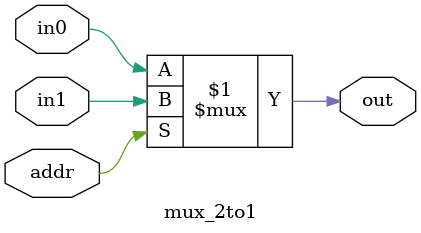
<source format=v>
module mux_2to1 (out, in0, in1, addr);
    parameter n = 1;
    output[n-1:0]  out;
    input [n-1:0]   in0, in1;
    input addr;

    assign out = addr ? in1 : in0;
endmodule
</source>
